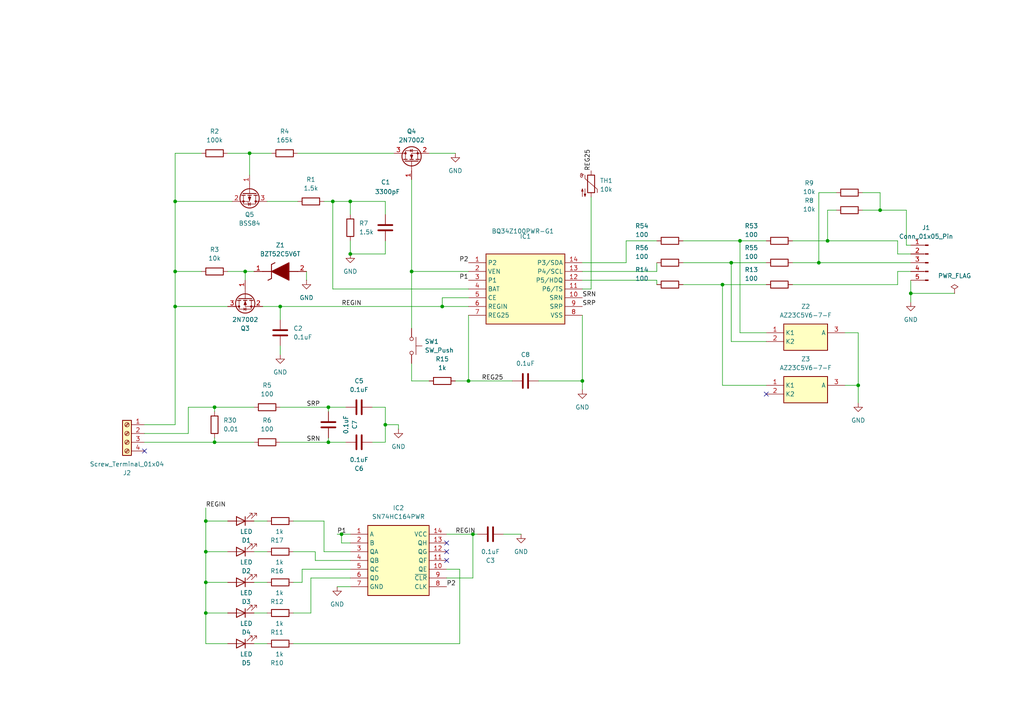
<source format=kicad_sch>
(kicad_sch (version 20250114) (generator "eeschema") (generator_version "9.0")
  (paper "A4")
  (lib_symbols
    (symbol "AZ23C5V6-7-F:AZ23C5V6-7-F"
      (property "Reference" "Z" (at 19.05 7.62 0))
      (property "Value" "AZ23C5V6-7-F" (at 19.05 5.08 0))
      (symbol "AZ23C5V6-7-F_1_1"
        (rectangle (start 5.08 2.54) (end 17.78 -5.08) (stroke (width 0.254)) (fill (type background)))
        (pin passive line (at 0 0 0) (length 5.08) (name "K1") (number "1"))
        (pin passive line (at 0 -2.54 0) (length 5.08) (name "K2") (number "2"))
        (pin passive line (at 22.86 0 180) (length 5.08) (name "A") (number "3"))
      )
    )
    (symbol "BQ34Z100PWR-G1:BQ34Z100PWR-G1"
      (property "Reference" "IC" (at 29.21 7.62 0))
      (property "Value" "BQ34Z100PWR-G1" (at 29.21 5.08 0))
      (symbol "BQ34Z100PWR-G1_1_1"
        (rectangle (start 5.08 2.54) (end 27.94 -17.78) (stroke (width 0.254)) (fill (type background)))
        (pin passive line (at 0 0 0) (length 5.08) (name "P2") (number "1"))
        (pin passive line (at 0 -2.54 0) (length 5.08) (name "VEN") (number "2"))
        (pin passive line (at 0 -5.08 0) (length 5.08) (name "P1") (number "3"))
        (pin passive line (at 0 -7.62 0) (length 5.08) (name "BAT") (number "4"))
        (pin passive line (at 0 -10.16 0) (length 5.08) (name "CE") (number "5"))
        (pin passive line (at 0 -12.7 0) (length 5.08) (name "REGIN") (number "6"))
        (pin passive line (at 0 -15.24 0) (length 5.08) (name "REG25") (number "7"))
        (pin passive line (at 33.02 0 180) (length 5.08) (name "P3/SDA") (number "14"))
        (pin passive line (at 33.02 -2.54 180) (length 5.08) (name "P4/SCL") (number "13"))
        (pin passive line (at 33.02 -5.08 180) (length 5.08) (name "P5/HDQ") (number "12"))
        (pin passive line (at 33.02 -7.62 180) (length 5.08) (name "P6/TS") (number "11"))
        (pin passive line (at 33.02 -10.16 180) (length 5.08) (name "SRN") (number "10"))
        (pin passive line (at 33.02 -12.7 180) (length 5.08) (name "SRP") (number "9"))
        (pin passive line (at 33.02 -15.24 180) (length 5.08) (name "VSS") (number "8"))
      )
    )
    (symbol "BZT52C5V6T:BZT52C5V6T" (pin_names (hide yes))
      (property "Reference" "Z" (at 10.16 8.89 0))
      (property "Value" "BZT52C5V6T" (at 10.16 6.35 0))
      (symbol "BZT52C5V6T_1_1"
        (polyline (pts (xy 2.54 0) (xy 5.08 0)) (stroke (width 0.254)))
        (polyline (pts (xy 4.064 -2.54) (xy 5.08 -2.032)) (stroke (width 0.254)))
        (polyline (pts (xy 5.08 2.032) (xy 5.08 -2.032)) (stroke (width 0.254)))
        (polyline (pts (xy 5.08 2.032) (xy 6.096 2.54)) (stroke (width 0.254)))
        (polyline (pts (xy 5.08 0) (xy 10.16 2.54) (xy 10.16 -2.54) (xy 5.08 0)) (stroke (width 0.254)) (fill (type outline)))
        (polyline (pts (xy 12.7 0) (xy 10.16 0)) (stroke (width 0.254)))
        (pin passive line (at 0 0 0) (length 2.54) (name "K") (number "1"))
        (pin passive line (at 15.24 0 180) (length 2.54) (name "A") (number "2"))
      )
    )
    (symbol "Connector:Conn_01x05_Pin" (pin_names (offset 1.016) (hide yes))
      (property "Reference" "J" (at 0 7.62 0))
      (property "Value" "Conn_01x05_Pin" (at 0 -7.62 0))
      (symbol "Conn_01x05_Pin_1_1"
        (rectangle (start 0.8636 5.207) (end 0 4.953) (stroke (width 0.1524)) (fill (type outline)))
        (rectangle (start 0.8636 2.667) (end 0 2.413) (stroke (width 0.1524)) (fill (type outline)))
        (rectangle (start 0.8636 0.127) (end 0 -0.127) (stroke (width 0.1524)) (fill (type outline)))
        (rectangle (start 0.8636 -2.413) (end 0 -2.667) (stroke (width 0.1524)) (fill (type outline)))
        (rectangle (start 0.8636 -4.953) (end 0 -5.207) (stroke (width 0.1524)) (fill (type outline)))
        (polyline (pts (xy 1.27 5.08) (xy 0.8636 5.08)) (stroke (width 0.1524)))
        (polyline (pts (xy 1.27 2.54) (xy 0.8636 2.54)) (stroke (width 0.1524)))
        (polyline (pts (xy 1.27 0) (xy 0.8636 0)) (stroke (width 0.1524)))
        (polyline (pts (xy 1.27 -2.54) (xy 0.8636 -2.54)) (stroke (width 0.1524)))
        (polyline (pts (xy 1.27 -5.08) (xy 0.8636 -5.08)) (stroke (width 0.1524)))
        (pin passive line (at 5.08 5.08 180) (length 3.81) (name "Pin_1") (number "1"))
        (pin passive line (at 5.08 2.54 180) (length 3.81) (name "Pin_2") (number "2"))
        (pin passive line (at 5.08 0 180) (length 3.81) (name "Pin_3") (number "3"))
        (pin passive line (at 5.08 -2.54 180) (length 3.81) (name "Pin_4") (number "4"))
        (pin passive line (at 5.08 -5.08 180) (length 3.81) (name "Pin_5") (number "5"))
      )
    )
    (symbol "Connector:Screw_Terminal_01x04" (pin_names (offset 1.016) (hide yes))
      (property "Reference" "J" (at 0 5.08 0))
      (property "Value" "Screw_Terminal_01x04" (at 0 -7.62 0))
      (symbol "Screw_Terminal_01x04_1_1"
        (rectangle (start -1.27 3.81) (end 1.27 -6.35) (stroke (width 0.254)) (fill (type background)))
        (polyline (pts (xy -0.5334 2.8702) (xy 0.3302 2.032)) (stroke (width 0.1524)))
        (polyline (pts (xy -0.5334 0.3302) (xy 0.3302 -0.508)) (stroke (width 0.1524)))
        (polyline (pts (xy -0.5334 -2.2098) (xy 0.3302 -3.048)) (stroke (width 0.1524)))
        (polyline (pts (xy -0.5334 -4.7498) (xy 0.3302 -5.588)) (stroke (width 0.1524)))
        (polyline (pts (xy -0.3556 3.048) (xy 0.508 2.2098)) (stroke (width 0.1524)))
        (polyline (pts (xy -0.3556 0.508) (xy 0.508 -0.3302)) (stroke (width 0.1524)))
        (polyline (pts (xy -0.3556 -2.032) (xy 0.508 -2.8702)) (stroke (width 0.1524)))
        (polyline (pts (xy -0.3556 -4.572) (xy 0.508 -5.4102)) (stroke (width 0.1524)))
        (circle (center 0 2.54) (radius 0.635) (stroke (width 0.1524)))
        (circle (center 0 0) (radius 0.635) (stroke (width 0.1524)))
        (circle (center 0 -2.54) (radius 0.635) (stroke (width 0.1524)))
        (circle (center 0 -5.08) (radius 0.635) (stroke (width 0.1524)))
        (pin passive line (at -5.08 2.54 0) (length 3.81) (name "Pin_1") (number "1"))
        (pin passive line (at -5.08 0 0) (length 3.81) (name "Pin_2") (number "2"))
        (pin passive line (at -5.08 -2.54 0) (length 3.81) (name "Pin_3") (number "3"))
        (pin passive line (at -5.08 -5.08 0) (length 3.81) (name "Pin_4") (number "4"))
      )
    )
    (symbol "Device:C" (pin_numbers (hide yes)) (pin_names (offset 0.254))
      (property "Reference" "C" (at 0.635 2.54 0))
      (property "Value" "C" (at 0.635 -2.54 0))
      (symbol "C_0_1"
        (polyline (pts (xy -2.032 0.762) (xy 2.032 0.762)) (stroke (width 0.508)))
        (polyline (pts (xy -2.032 -0.762) (xy 2.032 -0.762)) (stroke (width 0.508)))
      )
      (symbol "C_1_1"
        (pin passive line (at 0 3.81 270) (length 2.794) (name "~") (number "1"))
        (pin passive line (at 0 -3.81 90) (length 2.794) (name "~") (number "2"))
      )
    )
    (symbol "Device:LED" (pin_numbers (hide yes)) (pin_names (offset 1.016) (hide yes))
      (property "Reference" "D" (at 0 2.54 0))
      (property "Value" "LED" (at 0 -2.54 0))
      (symbol "LED_0_1"
        (polyline (pts (xy -3.048 -0.762) (xy -4.572 -2.286) (xy -3.81 -2.286) (xy -4.572 -2.286) (xy -4.572 -1.524)))
        (polyline (pts (xy -1.778 -0.762) (xy -3.302 -2.286) (xy -2.54 -2.286) (xy -3.302 -2.286) (xy -3.302 -1.524)))
        (polyline (pts (xy -1.27 0) (xy 1.27 0)))
        (polyline (pts (xy -1.27 -1.27) (xy -1.27 1.27)) (stroke (width 0.254)))
        (polyline (pts (xy 1.27 -1.27) (xy 1.27 1.27) (xy -1.27 0) (xy 1.27 -1.27)) (stroke (width 0.254)))
      )
      (symbol "LED_1_1"
        (pin passive line (at -3.81 0 0) (length 2.54) (name "K") (number "1"))
        (pin passive line (at 3.81 0 180) (length 2.54) (name "A") (number "2"))
      )
    )
    (symbol "Device:R" (pin_numbers (hide yes)) (pin_names (offset 0))
      (property "Reference" "R" (at 2.032 0 90))
      (property "Value" "R" (at 0 0 90))
      (symbol "R_0_1"
        (rectangle (start -1.016 -2.54) (end 1.016 2.54) (stroke (width 0.254)))
      )
      (symbol "R_1_1"
        (pin passive line (at 0 3.81 270) (length 1.27) (name "~") (number "1"))
        (pin passive line (at 0 -3.81 90) (length 1.27) (name "~") (number "2"))
      )
    )
    (symbol "Device:Thermistor_NTC" (pin_numbers (hide yes)) (pin_names (offset 0))
      (property "Reference" "TH" (at -4.445 0 90))
      (property "Value" "Thermistor_NTC" (at 3.175 0 90))
      (symbol "Thermistor_NTC_0_1"
        (arc (start -3.175 2.413) (mid -3.0506 2.3165) (end -3.048 2.159))
        (arc (start -3.048 2.794) (mid -2.9736 2.9736) (end -2.794 3.048))
        (arc (start -2.794 3.048) (mid -2.6144 2.9736) (end -2.54 2.794))
        (arc (start -2.794 2.54) (mid -2.9736 2.6144) (end -3.048 2.794))
        (arc (start -2.794 1.905) (mid -2.9736 1.9794) (end -3.048 2.159))
        (arc (start -2.54 2.159) (mid -2.6144 1.9794) (end -2.794 1.905))
        (arc (start -2.159 2.794) (mid -2.434 2.5608) (end -2.794 2.54))
        (polyline (pts (xy -2.54 2.159) (xy -2.54 2.794)))
        (polyline (pts (xy -2.54 -3.683) (xy -2.54 -1.397) (xy -2.794 -2.159) (xy -2.286 -2.159) (xy -2.54 -1.397) (xy -2.54 -1.651)) (fill (type outline)))
        (polyline (pts (xy -1.778 2.54) (xy -1.778 1.524) (xy 1.778 -1.524) (xy 1.778 -2.54)))
        (polyline (pts (xy -1.778 -1.397) (xy -1.778 -3.683) (xy -2.032 -2.921) (xy -1.524 -2.921) (xy -1.778 -3.683) (xy -1.778 -3.429)) (fill (type outline)))
        (rectangle (start -1.016 2.54) (end 1.016 -2.54) (stroke (width 0.254)))
      )
      (symbol "Thermistor_NTC_1_1"
        (pin passive line (at 0 3.81 270) (length 1.27) (name "~") (number "1"))
        (pin passive line (at 0 -3.81 90) (length 1.27) (name "~") (number "2"))
      )
    )
    (symbol "SN74HC164PWR:SN74HC164PWR"
      (property "Reference" "IC" (at 24.13 7.62 0))
      (property "Value" "SN74HC164PWR" (at 24.13 5.08 0))
      (symbol "SN74HC164PWR_1_1"
        (rectangle (start 5.08 2.54) (end 22.86 -17.78) (stroke (width 0.254)) (fill (type background)))
        (pin passive line (at 0 0 0) (length 5.08) (name "A") (number "1"))
        (pin passive line (at 0 -2.54 0) (length 5.08) (name "B") (number "2"))
        (pin passive line (at 0 -5.08 0) (length 5.08) (name "QA") (number "3"))
        (pin passive line (at 0 -7.62 0) (length 5.08) (name "QB") (number "4"))
        (pin passive line (at 0 -10.16 0) (length 5.08) (name "QC") (number "5"))
        (pin passive line (at 0 -12.7 0) (length 5.08) (name "QD") (number "6"))
        (pin passive line (at 0 -15.24 0) (length 5.08) (name "GND") (number "7"))
        (pin passive line (at 27.94 0 180) (length 5.08) (name "VCC") (number "14"))
        (pin passive line (at 27.94 -2.54 180) (length 5.08) (name "QH") (number "13"))
        (pin passive line (at 27.94 -5.08 180) (length 5.08) (name "QG") (number "12"))
        (pin passive line (at 27.94 -7.62 180) (length 5.08) (name "QF") (number "11"))
        (pin passive line (at 27.94 -10.16 180) (length 5.08) (name "QE") (number "10"))
        (pin passive line (at 27.94 -12.7 180) (length 5.08) (name "~{CLR}") (number "9"))
        (pin passive line (at 27.94 -15.24 180) (length 5.08) (name "CLK") (number "8"))
      )
    )
    (symbol "Switch:SW_Push" (pin_numbers (hide yes)) (pin_names (offset 1.016) (hide yes))
      (property "Reference" "SW" (at 1.27 2.54 0))
      (property "Value" "SW_Push" (at 0 -1.524 0))
      (symbol "SW_Push_0_1"
        (circle (center -2.032 0) (radius 0.508))
        (polyline (pts (xy 0 1.27) (xy 0 3.048)))
        (circle (center 2.032 0) (radius 0.508))
        (polyline (pts (xy 2.54 1.27) (xy -2.54 1.27)))
        (pin passive line (at -5.08 0 0) (length 2.54) (name "1") (number "1"))
        (pin passive line (at 5.08 0 180) (length 2.54) (name "2") (number "2"))
      )
    )
    (symbol "Transistor_FET:2N7002" (pin_names (offset 0) (hide yes))
      (property "Reference" "Q" (at 5.08 1.905 0))
      (property "Value" "2N7002" (at 5.08 0 0))
      (symbol "2N7002_0_1"
        (polyline (pts (xy 0.254 1.905) (xy 0.254 -1.905)) (stroke (width 0.254)))
        (polyline (pts (xy 0.254 0) (xy -2.54 0)))
        (polyline (pts (xy 0.762 2.286) (xy 0.762 1.27)) (stroke (width 0.254)))
        (polyline (pts (xy 0.762 0.508) (xy 0.762 -0.508)) (stroke (width 0.254)))
        (polyline (pts (xy 0.762 -1.27) (xy 0.762 -2.286)) (stroke (width 0.254)))
        (polyline (pts (xy 0.762 -1.778) (xy 3.302 -1.778) (xy 3.302 1.778) (xy 0.762 1.778)))
        (polyline (pts (xy 1.016 0) (xy 2.032 0.381) (xy 2.032 -0.381) (xy 1.016 0)) (fill (type outline)))
        (circle (center 1.651 0) (radius 2.794) (stroke (width 0.254)))
        (polyline (pts (xy 2.54 2.54) (xy 2.54 1.778)))
        (circle (center 2.54 1.778) (radius 0.254) (fill (type outline)))
        (circle (center 2.54 -1.778) (radius 0.254) (fill (type outline)))
        (polyline (pts (xy 2.54 -2.54) (xy 2.54 0) (xy 0.762 0)))
        (polyline (pts (xy 2.921 0.381) (xy 3.683 0.381)))
        (polyline (pts (xy 3.302 0.381) (xy 2.921 -0.254) (xy 3.683 -0.254) (xy 3.302 0.381)))
      )
      (symbol "2N7002_1_1"
        (pin input line (at -5.08 0 0) (length 2.54) (name "G") (number "1"))
        (pin passive line (at 2.54 5.08 270) (length 2.54) (name "D") (number "3"))
        (pin passive line (at 2.54 -5.08 90) (length 2.54) (name "S") (number "2"))
      )
    )
    (symbol "Transistor_FET:BSS84" (pin_names (hide yes))
      (property "Reference" "Q" (at 5.08 1.905 0))
      (property "Value" "BSS84" (at 5.08 0 0))
      (symbol "BSS84_0_1"
        (polyline (pts (xy 0.254 1.905) (xy 0.254 -1.905)) (stroke (width 0.254)))
        (polyline (pts (xy 0.254 0) (xy -2.54 0)))
        (polyline (pts (xy 0.762 2.286) (xy 0.762 1.27)) (stroke (width 0.254)))
        (polyline (pts (xy 0.762 1.778) (xy 3.302 1.778) (xy 3.302 -1.778) (xy 0.762 -1.778)))
        (polyline (pts (xy 0.762 0.508) (xy 0.762 -0.508)) (stroke (width 0.254)))
        (polyline (pts (xy 0.762 -1.27) (xy 0.762 -2.286)) (stroke (width 0.254)))
        (circle (center 1.651 0) (radius 2.794) (stroke (width 0.254)))
        (polyline (pts (xy 2.286 0) (xy 1.27 0.381) (xy 1.27 -0.381) (xy 2.286 0)) (fill (type outline)))
        (polyline (pts (xy 2.54 2.54) (xy 2.54 1.778)))
        (circle (center 2.54 1.778) (radius 0.254) (fill (type outline)))
        (circle (center 2.54 -1.778) (radius 0.254) (fill (type outline)))
        (polyline (pts (xy 2.54 -2.54) (xy 2.54 0) (xy 0.762 0)))
        (polyline (pts (xy 2.794 -0.508) (xy 2.921 -0.381) (xy 3.683 -0.381) (xy 3.81 -0.254)))
        (polyline (pts (xy 3.302 -0.381) (xy 2.921 0.254) (xy 3.683 0.254) (xy 3.302 -0.381)))
      )
      (symbol "BSS84_1_1"
        (pin input line (at -5.08 0 0) (length 2.54) (name "G") (number "1"))
        (pin passive line (at 2.54 5.08 270) (length 2.54) (name "D") (number "3"))
        (pin passive line (at 2.54 -5.08 90) (length 2.54) (name "S") (number "2"))
      )
    )
    (symbol "power:GND" (power) (pin_numbers (hide yes)) (pin_names (offset 0) (hide yes))
      (property "Value" "GND" (at 0 -3.81 0))
      (symbol "GND_0_1"
        (polyline (pts (xy 0 0) (xy 0 -1.27) (xy 1.27 -1.27) (xy 0 -2.54) (xy -1.27 -1.27) (xy 0 -1.27)))
      )
      (symbol "GND_1_1"
        (pin power_in line (at 0 0 270) (length 0) (name "~") (number "1"))
      )
    )
    (symbol "power:PWR_FLAG" (power) (pin_numbers (hide yes)) (pin_names (offset 0) (hide yes))
      (property "Value" "PWR_FLAG" (at 0 3.81 0))
      (symbol "PWR_FLAG_0_0"
        (pin power_out line (at 0 0 90) (length 0) (name "~") (number "1"))
      )
      (symbol "PWR_FLAG_0_1"
        (polyline (pts (xy 0 0) (xy 0 1.27) (xy -1.016 1.905) (xy 0 2.54) (xy 1.016 1.905) (xy 0 1.27)))
      )
    )
  )
  (junction (at 101.6 58.42))
  (junction (at 59.69 160.02))
  (junction (at 240.03 69.85))
  (junction (at 72.39 44.45))
  (junction (at 81.28 88.9))
  (junction (at 137.16 154.94))
  (junction (at 59.69 168.91))
  (junction (at 95.25 128.27))
  (junction (at 71.12 78.74))
  (junction (at 119.38 78.74))
  (junction (at 111.76 123.19))
  (junction (at 99.06 154.94))
  (junction (at 128.27 88.9))
  (junction (at 96.52 58.42))
  (junction (at 50.8 78.74))
  (junction (at 62.23 128.27))
  (junction (at 255.27 60.96))
  (junction (at 237.49 76.2))
  (junction (at 62.23 118.11))
  (junction (at 50.8 58.42))
  (junction (at 248.92 111.76))
  (junction (at 101.6 73.66))
  (junction (at 50.8 88.9))
  (junction (at 168.91 110.49))
  (junction (at 214.63 69.85))
  (junction (at 212.09 76.2))
  (junction (at 95.25 118.11))
  (junction (at 264.16 85.09))
  (junction (at 59.69 151.13))
  (junction (at 135.89 110.49))
  (junction (at 59.69 177.8))
  (junction (at 209.55 82.55))
  (no_connect (at 129.54 157.48))
  (no_connect (at 222.25 114.3))
  (no_connect (at 129.54 160.02))
  (no_connect (at 41.91 130.81))
  (no_connect (at 129.54 162.56))
  (wire (pts (xy 73.66 186.69) (xy 77.47 186.69)))
  (wire (pts (xy 264.16 81.28) (xy 264.16 85.09)))
  (wire (pts (xy 59.69 151.13) (xy 66.04 151.13)))
  (wire (pts (xy 260.35 73.66) (xy 264.16 73.66)))
  (wire (pts (xy 99.06 154.94) (xy 101.6 154.94)))
  (wire (pts (xy 111.76 123.19) (xy 111.76 128.27)))
  (wire (pts (xy 124.46 44.45) (xy 132.08 44.45)))
  (wire (pts (xy 262.89 71.12) (xy 262.89 60.96)))
  (wire (pts (xy 59.69 168.91) (xy 59.69 177.8)))
  (wire (pts (xy 73.66 177.8) (xy 77.47 177.8)))
  (wire (pts (xy 101.6 58.42) (xy 111.76 58.42)))
  (wire (pts (xy 255.27 55.88) (xy 255.27 60.96)))
  (wire (pts (xy 96.52 58.42) (xy 101.6 58.42)))
  (wire (pts (xy 248.92 111.76) (xy 248.92 116.84)))
  (wire (pts (xy 59.69 160.02) (xy 59.69 168.91)))
  (wire (pts (xy 50.8 58.42) (xy 50.8 78.74)))
  (wire (pts (xy 264.16 85.09) (xy 264.16 87.63)))
  (wire (pts (xy 119.38 110.49) (xy 124.46 110.49)))
  (wire (pts (xy 250.19 60.96) (xy 255.27 60.96)))
  (wire (pts (xy 137.16 167.64) (xy 137.16 154.94)))
  (wire (pts (xy 168.91 81.28) (xy 190.5 81.28)))
  (wire (pts (xy 99.06 157.48) (xy 99.06 154.94)))
  (wire (pts (xy 168.91 83.82) (xy 171.45 83.82)))
  (wire (pts (xy 245.11 111.76) (xy 248.92 111.76)))
  (wire (pts (xy 264.16 71.12) (xy 262.89 71.12)))
  (wire (pts (xy 115.57 124.46) (xy 115.57 123.19)))
  (wire (pts (xy 222.25 99.06) (xy 212.09 99.06)))
  (wire (pts (xy 62.23 127) (xy 62.23 128.27)))
  (wire (pts (xy 128.27 88.9) (xy 135.89 88.9)))
  (wire (pts (xy 85.09 168.91) (xy 87.63 168.91)))
  (wire (pts (xy 137.16 154.94) (xy 138.43 154.94)))
  (wire (pts (xy 66.04 186.69) (xy 59.69 186.69)))
  (wire (pts (xy 101.6 157.48) (xy 99.06 157.48)))
  (wire (pts (xy 156.21 110.49) (xy 168.91 110.49)))
  (wire (pts (xy 260.35 69.85) (xy 260.35 73.66)))
  (wire (pts (xy 50.8 44.45) (xy 58.42 44.45)))
  (wire (pts (xy 85.09 151.13) (xy 93.98 151.13)))
  (wire (pts (xy 62.23 118.11) (xy 62.23 119.38)))
  (wire (pts (xy 71.12 78.74) (xy 73.66 78.74)))
  (wire (pts (xy 248.92 96.52) (xy 248.92 111.76)))
  (wire (pts (xy 171.45 83.82) (xy 171.45 57.15)))
  (wire (pts (xy 66.04 88.9) (xy 50.8 88.9)))
  (wire (pts (xy 111.76 58.42) (xy 111.76 62.23)))
  (wire (pts (xy 190.5 81.28) (xy 190.5 82.55)))
  (wire (pts (xy 214.63 69.85) (xy 222.25 69.85)))
  (wire (pts (xy 214.63 69.85) (xy 214.63 96.52)))
  (wire (pts (xy 76.2 88.9) (xy 81.28 88.9)))
  (wire (pts (xy 96.52 83.82) (xy 96.52 58.42)))
  (wire (pts (xy 111.76 118.11) (xy 111.76 123.19)))
  (wire (pts (xy 146.05 154.94) (xy 151.13 154.94)))
  (wire (pts (xy 212.09 76.2) (xy 222.25 76.2)))
  (wire (pts (xy 86.36 44.45) (xy 114.3 44.45)))
  (wire (pts (xy 264.16 85.09) (xy 276.86 85.09)))
  (wire (pts (xy 93.98 160.02) (xy 101.6 160.02)))
  (wire (pts (xy 73.66 160.02) (xy 77.47 160.02)))
  (wire (pts (xy 72.39 44.45) (xy 78.74 44.45)))
  (wire (pts (xy 222.25 111.76) (xy 209.55 111.76)))
  (wire (pts (xy 54.61 118.11) (xy 54.61 125.73)))
  (wire (pts (xy 71.12 81.28) (xy 71.12 78.74)))
  (wire (pts (xy 168.91 110.49) (xy 168.91 113.03)))
  (wire (pts (xy 95.25 118.11) (xy 95.25 119.38)))
  (wire (pts (xy 95.25 127) (xy 95.25 128.27)))
  (wire (pts (xy 101.6 69.85) (xy 101.6 73.66)))
  (wire (pts (xy 81.28 88.9) (xy 128.27 88.9)))
  (wire (pts (xy 240.03 69.85) (xy 260.35 69.85)))
  (wire (pts (xy 111.76 73.66) (xy 111.76 69.85)))
  (wire (pts (xy 81.28 88.9) (xy 81.28 92.71)))
  (wire (pts (xy 58.42 78.74) (xy 50.8 78.74)))
  (wire (pts (xy 85.09 160.02) (xy 91.44 160.02)))
  (wire (pts (xy 50.8 78.74) (xy 50.8 88.9)))
  (wire (pts (xy 41.91 128.27) (xy 62.23 128.27)))
  (wire (pts (xy 240.03 60.96) (xy 240.03 69.85)))
  (wire (pts (xy 101.6 58.42) (xy 101.6 62.23)))
  (wire (pts (xy 229.87 82.55) (xy 260.35 82.55)))
  (wire (pts (xy 77.47 58.42) (xy 86.36 58.42)))
  (wire (pts (xy 198.12 82.55) (xy 209.55 82.55)))
  (wire (pts (xy 93.98 58.42) (xy 96.52 58.42)))
  (wire (pts (xy 181.61 69.85) (xy 190.5 69.85)))
  (wire (pts (xy 255.27 60.96) (xy 262.89 60.96)))
  (wire (pts (xy 168.91 76.2) (xy 181.61 76.2)))
  (wire (pts (xy 255.27 55.88) (xy 250.19 55.88)))
  (wire (pts (xy 73.66 128.27) (xy 62.23 128.27)))
  (wire (pts (xy 59.69 147.32) (xy 59.69 151.13)))
  (wire (pts (xy 135.89 91.44) (xy 135.89 110.49)))
  (wire (pts (xy 91.44 162.56) (xy 101.6 162.56)))
  (wire (pts (xy 133.35 165.1) (xy 129.54 165.1)))
  (wire (pts (xy 129.54 154.94) (xy 137.16 154.94)))
  (wire (pts (xy 198.12 69.85) (xy 214.63 69.85)))
  (wire (pts (xy 41.91 123.19) (xy 50.8 123.19)))
  (wire (pts (xy 81.28 128.27) (xy 95.25 128.27)))
  (wire (pts (xy 135.89 110.49) (xy 148.59 110.49)))
  (wire (pts (xy 260.35 78.74) (xy 264.16 78.74)))
  (wire (pts (xy 59.69 151.13) (xy 59.69 160.02)))
  (wire (pts (xy 93.98 151.13) (xy 93.98 160.02)))
  (wire (pts (xy 135.89 83.82) (xy 96.52 83.82)))
  (wire (pts (xy 237.49 76.2) (xy 264.16 76.2)))
  (wire (pts (xy 115.57 123.19) (xy 111.76 123.19)))
  (wire (pts (xy 59.69 160.02) (xy 66.04 160.02)))
  (wire (pts (xy 87.63 168.91) (xy 87.63 165.1)))
  (wire (pts (xy 229.87 76.2) (xy 237.49 76.2)))
  (wire (pts (xy 59.69 168.91) (xy 66.04 168.91)))
  (wire (pts (xy 73.66 151.13) (xy 77.47 151.13)))
  (wire (pts (xy 95.25 128.27) (xy 100.33 128.27)))
  (wire (pts (xy 97.79 154.94) (xy 99.06 154.94)))
  (wire (pts (xy 245.11 96.52) (xy 248.92 96.52)))
  (wire (pts (xy 128.27 86.36) (xy 128.27 88.9)))
  (wire (pts (xy 88.9 78.74) (xy 88.9 81.28)))
  (wire (pts (xy 133.35 186.69) (xy 133.35 165.1)))
  (wire (pts (xy 107.95 118.11) (xy 111.76 118.11)))
  (wire (pts (xy 135.89 86.36) (xy 128.27 86.36)))
  (wire (pts (xy 119.38 52.07) (xy 119.38 78.74)))
  (wire (pts (xy 129.54 167.64) (xy 137.16 167.64)))
  (wire (pts (xy 229.87 69.85) (xy 240.03 69.85)))
  (wire (pts (xy 212.09 76.2) (xy 212.09 99.06)))
  (wire (pts (xy 71.12 78.74) (xy 66.04 78.74)))
  (wire (pts (xy 41.91 125.73) (xy 54.61 125.73)))
  (wire (pts (xy 85.09 177.8) (xy 90.17 177.8)))
  (wire (pts (xy 190.5 78.74) (xy 190.5 76.2)))
  (wire (pts (xy 237.49 55.88) (xy 237.49 76.2)))
  (wire (pts (xy 90.17 167.64) (xy 101.6 167.64)))
  (wire (pts (xy 260.35 82.55) (xy 260.35 78.74)))
  (wire (pts (xy 81.28 100.33) (xy 81.28 102.87)))
  (wire (pts (xy 95.25 118.11) (xy 100.33 118.11)))
  (wire (pts (xy 87.63 165.1) (xy 101.6 165.1)))
  (wire (pts (xy 59.69 177.8) (xy 66.04 177.8)))
  (wire (pts (xy 222.25 96.52) (xy 214.63 96.52)))
  (wire (pts (xy 101.6 73.66) (xy 111.76 73.66)))
  (wire (pts (xy 242.57 60.96) (xy 240.03 60.96)))
  (wire (pts (xy 119.38 105.41) (xy 119.38 110.49)))
  (wire (pts (xy 81.28 118.11) (xy 95.25 118.11)))
  (wire (pts (xy 66.04 44.45) (xy 72.39 44.45)))
  (wire (pts (xy 209.55 82.55) (xy 209.55 111.76)))
  (wire (pts (xy 198.12 76.2) (xy 212.09 76.2)))
  (wire (pts (xy 132.08 110.49) (xy 135.89 110.49)))
  (wire (pts (xy 97.79 170.18) (xy 101.6 170.18)))
  (wire (pts (xy 59.69 177.8) (xy 59.69 186.69)))
  (wire (pts (xy 181.61 76.2) (xy 181.61 69.85)))
  (wire (pts (xy 67.31 58.42) (xy 50.8 58.42)))
  (wire (pts (xy 168.91 91.44) (xy 168.91 110.49)))
  (wire (pts (xy 111.76 128.27) (xy 107.95 128.27)))
  (wire (pts (xy 73.66 168.91) (xy 77.47 168.91)))
  (wire (pts (xy 72.39 44.45) (xy 72.39 50.8)))
  (wire (pts (xy 85.09 186.69) (xy 133.35 186.69)))
  (wire (pts (xy 209.55 82.55) (xy 222.25 82.55)))
  (wire (pts (xy 91.44 160.02) (xy 91.44 162.56)))
  (wire (pts (xy 50.8 123.19) (xy 50.8 88.9)))
  (wire (pts (xy 242.57 55.88) (xy 237.49 55.88)))
  (wire (pts (xy 73.66 118.11) (xy 62.23 118.11)))
  (wire (pts (xy 119.38 78.74) (xy 119.38 95.25)))
  (wire (pts (xy 90.17 177.8) (xy 90.17 167.64)))
  (wire (pts (xy 119.38 78.74) (xy 135.89 78.74)))
  (wire (pts (xy 50.8 44.45) (xy 50.8 58.42)))
  (wire (pts (xy 62.23 118.11) (xy 54.61 118.11)))
  (wire (pts (xy 168.91 78.74) (xy 190.5 78.74)))
  (label "SRP" (at 168.91 88.9 0))
  (label "REGIN" (at 99.06 88.9 0))
  (label "SRN" (at 88.9 128.27 0))
  (label "REGIN" (at 59.69 147.32 0))
  (label "REGIN" (at 132.08 154.94 0))
  (label "SRN" (at 168.91 86.36 0))
  (label "REG25" (at 139.7 110.49 0))
  (label "P1" (at 97.79 154.94 0))
  (label "P1" (at 135.89 81.28 180))
  (label "REG25" (at 171.45 49.53 90))
  (label "P2" (at 135.89 76.2 180))
  (label "SRP" (at 88.9 118.11 0))
  (label "P2" (at 129.54 170.18 0))
  (symbol (lib_id "Device:R") (at 246.38 55.88 90) (unit 1)
    (property "Reference" "R9" (at 234.696 53.086 90))
    (property "Value" "10k" (at 234.696 55.626 90))
    (property "Footprint" "Resistor_SMD:R_1206_3216Metric_Pad1.30x1.75mm_HandSolder" (effects (hide yes)))
    (property "Description" "Resistor" (effects (hide yes)))
  )
  (symbol (lib_id "Device:C") (at 111.76 66.04 0) (unit 1)
    (property "Reference" "C1" (at 110.49 52.832 0) (effects (justify left)))
    (property "Value" "3300pF" (at 108.712 55.626 0) (effects (justify left)))
    (property "Footprint" "Capacitor_SMD:C_1206_3216Metric_Pad1.33x1.80mm_HandSolder" (effects (hide yes)))
    (property "Description" "Unpolarized capacitor" (effects (hide yes)))
  )
  (symbol (lib_id "Connector:Screw_Terminal_01x04") (at 36.83 125.73 0) (mirror y) (unit 1)
    (property "Reference" "J2" (at 36.83 137.16 0))
    (property "Value" "Screw_Terminal_01x04" (at 36.83 134.62 0))
    (property "Footprint" "TerminalBlock_Phoenix:TerminalBlock_Phoenix_MKDS-1,5-4-5.08_1x04_P5.08mm_Horizontal" (effects (hide yes)))
    (property "Description" "Generic screw terminal, single row, 01x04, script generated (kicad-library-utils/schlib/autogen/connector/)" (effects (hide yes)))
  )
  (symbol (lib_id "Device:R") (at 77.47 128.27 90) (unit 1)
    (property "Reference" "R6" (at 77.47 121.92 90))
    (property "Value" "100" (at 77.47 124.46 90))
    (property "Footprint" "Resistor_SMD:R_1206_3216Metric_Pad1.30x1.75mm_HandSolder" (effects (hide yes)))
    (property "Description" "Resistor" (effects (hide yes)))
  )
  (symbol (lib_id "Device:R") (at 62.23 78.74 90) (unit 1)
    (property "Reference" "R3" (at 62.23 72.39 90))
    (property "Value" "10k" (at 62.23 74.93 90))
    (property "Footprint" "Resistor_SMD:R_1206_3216Metric_Pad1.30x1.75mm_HandSolder" (effects (hide yes)))
    (property "Description" "Resistor" (effects (hide yes)))
  )
  (symbol (lib_id "Transistor_FET:BSS84") (at 72.39 55.88 270) (unit 1)
    (property "Reference" "Q5" (at 72.39 62.23 90))
    (property "Value" "BSS84" (at 72.39 64.77 90))
    (property "Footprint" "Package_TO_SOT_SMD:SOT-23" (effects (hide yes)))
    (property "Datasheet" "http://assets.nexperia.com/documents/data-sheet/BSS84.pdf" (effects (hide yes)))
    (property "Description" "-0.13A Id, -50V Vds, P-Channel MOSFET, SOT-23" (effects (hide yes)))
  )
  (symbol (lib_id "power:GND") (at 264.16 87.63 0) (unit 1)
    (property "Reference" "#PWR01" (effects (hide yes)))
    (property "Value" "GND" (at 264.16 92.71 0))
    (property "Description" "Power symbol creates a global label with name \"GND\" , ground" (effects (hide yes)))
  )
  (symbol (lib_id "BQ34Z100PWR-G1:BQ34Z100PWR-G1") (at 135.89 76.2 0) (unit 1)
    (property "Reference" "IC1" (at 152.4 68.58 0))
    (property "Value" "BQ34Z100PWR-G1" (at 151.638 67.056 0))
    (property "Footprint" "KiCad:SOP65P640X120-14N" (effects (hide yes)))
    (property "Datasheet" "http://www.ti.com/lit/ds/symlink/bq34z100-g1.pdf" (effects (hide yes)))
    (property "Description" "Multi-Chemistry Impedance Track Standalone Fuel Gauge | Battery Gas Gauge" (effects (hide yes)))
    (property "Description_1" "Multi-Chemistry Impedance Track Standalone Fuel Gauge | Battery Gas Gauge" (effects (hide yes)))
    (property "Height" "1.2" (effects (hide yes)))
    (property "Manufacturer_Name" "Texas Instruments" (effects (hide yes)))
    (property "Manufacturer_Part_Number" "BQ34Z100PWR-G1" (effects (hide yes)))
    (property "Mouser Part Number" "595-BQ34Z100PWR-G1" (effects (hide yes)))
    (property "Mouser Price/Stock" "https://www.mouser.co.uk/ProductDetail/Texas-Instruments/BQ34Z100PWR-G1?qs=igE0IiKpbrGE%2FNmDcdE48w%3D%3D" (effects (hide yes)))
    (property "Arrow Part Number" "BQ34Z100PWR-G1" (effects (hide yes)))
    (property "Arrow Price/Stock" "https://www.arrow.com/en/products/bq34z100pwr-g1/texas-instruments?utm_currency=USD&region=nac" (effects (hide yes)))
  )
  (symbol (lib_id "Device:R") (at 226.06 76.2 90) (unit 1)
    (property "Reference" "R55" (at 217.932 71.882 90))
    (property "Value" "100" (at 217.932 74.422 90))
    (property "Footprint" "Resistor_SMD:R_1206_3216Metric_Pad1.30x1.75mm_HandSolder" (effects (hide yes)))
    (property "Description" "Resistor" (effects (hide yes)))
  )
  (symbol (lib_id "AZ23C5V6-7-F:AZ23C5V6-7-F") (at 222.25 111.76 0) (unit 1)
    (property "Reference" "Z3" (at 233.68 104.14 0))
    (property "Value" "AZ23C5V6-7-F" (at 233.68 106.68 0))
    (property "Footprint" "KiCad:SOT96P240X115-3N" (effects (hide yes)))
    (property "Datasheet" "https://www.diodes.com//assets/Datasheets/AZ23C2V7-AZ23C51.pdf" (effects (hide yes)))
    (property "Description" "Diode Zener 5.6V 5% 300mW SOT23 Diodes Inc AZ23C5V6-7-F Dual Zener Diode, Common Anode, 5.6V 5% 0.3 W SMT 3-Pin SOT-23" (effects (hide yes)))
    (property "Height" "1.15" (effects (hide yes)))
    (property "Manufacturer_Name" "Diodes Incorporated" (effects (hide yes)))
    (property "Manufacturer_Part_Number" "AZ23C5V6-7-F" (effects (hide yes)))
    (property "Mouser Part Number" "621-AZ23C5V6-F" (effects (hide yes)))
    (property "Mouser Price/Stock" "https://www.mouser.co.uk/ProductDetail/Diodes-Incorporated/AZ23C5V6-7-F?qs=xQ7EkeYTsWGNI9v36qvVFw%3D%3D" (effects (hide yes)))
    (property "Arrow Part Number" "AZ23C5V6-7-F" (effects (hide yes)))
    (property "Arrow Price/Stock" "https://www.arrow.com/en/products/az23c5v6-7-f/diodes-incorporated?utm_currency=USD&region=nac" (effects (hide yes)))
  )
  (symbol (lib_id "Device:R") (at 62.23 123.19 180) (unit 1)
    (property "Reference" "R30" (at 64.77 121.9199 0) (effects (justify right)))
    (property "Value" "0.01" (at 64.77 124.4599 0) (effects (justify right)))
    (property "Footprint" "Resistor_SMD:R_2512_6332Metric_Pad1.40x3.35mm_HandSolder" (effects (hide yes)))
    (property "Description" "Resistor" (effects (hide yes)))
  )
  (symbol (lib_id "Device:R") (at 226.06 82.55 90) (unit 1)
    (property "Reference" "R13" (at 217.932 78.232 90))
    (property "Value" "100" (at 217.932 80.772 90))
    (property "Footprint" "Resistor_SMD:R_1206_3216Metric_Pad1.30x1.75mm_HandSolder" (effects (hide yes)))
    (property "Description" "Resistor" (effects (hide yes)))
  )
  (symbol (lib_id "power:GND") (at 101.6 73.66 0) (unit 1)
    (property "Reference" "#PWR05" (effects (hide yes)))
    (property "Value" "GND" (at 101.6 78.74 0))
    (property "Description" "Power symbol creates a global label with name \"GND\" , ground" (effects (hide yes)))
  )
  (symbol (lib_id "Device:R") (at 90.17 58.42 90) (unit 1)
    (property "Reference" "R1" (at 90.17 52.07 90))
    (property "Value" "1.5k" (at 90.17 54.61 90))
    (property "Footprint" "Resistor_SMD:R_1206_3216Metric_Pad1.30x1.75mm_HandSolder" (effects (hide yes)))
    (property "Description" "Resistor" (effects (hide yes)))
  )
  (symbol (lib_id "Device:R") (at 101.6 66.04 0) (unit 1)
    (property "Reference" "R7" (at 104.14 64.7699 0) (effects (justify left)))
    (property "Value" "1.5k" (at 104.14 67.3099 0) (effects (justify left)))
    (property "Footprint" "Resistor_SMD:R_1206_3216Metric_Pad1.30x1.75mm_HandSolder" (effects (hide yes)))
    (property "Description" "Resistor" (effects (hide yes)))
  )
  (symbol (lib_id "Transistor_FET:2N7002") (at 71.12 86.36 90) (mirror x) (unit 1)
    (property "Reference" "Q3" (at 71.12 95.25 90))
    (property "Value" "2N7002" (at 71.12 92.71 90))
    (property "Footprint" "Package_TO_SOT_SMD:SOT-23" (effects (hide yes)))
    (property "Datasheet" "https://www.onsemi.com/pub/Collateral/NDS7002A-D.PDF" (effects (hide yes)))
    (property "Description" "0.115A Id, 60V Vds, N-Channel MOSFET, SOT-23" (effects (hide yes)))
  )
  (symbol (lib_id "Device:LED") (at 69.85 177.8 180) (unit 1)
    (property "Reference" "D4" (at 71.4375 183.388 0))
    (property "Value" "LED" (at 71.4375 180.848 0))
    (property "Footprint" "LED_SMD:LED_1206_3216Metric_Pad1.42x1.75mm_HandSolder" (effects (hide yes)))
    (property "Description" "Light emitting diode" (effects (hide yes)))
    (property "Sim.Pins" "1=K 2=A" (effects (hide yes)))
  )
  (symbol (lib_id "Device:LED") (at 69.85 160.02 180) (unit 1)
    (property "Reference" "D2" (at 71.4375 165.608 0))
    (property "Value" "LED" (at 71.4375 163.068 0))
    (property "Footprint" "LED_SMD:LED_1206_3216Metric_Pad1.42x1.75mm_HandSolder" (effects (hide yes)))
    (property "Description" "Light emitting diode" (effects (hide yes)))
    (property "Sim.Pins" "1=K 2=A" (effects (hide yes)))
  )
  (symbol (lib_id "SN74HC164PWR:SN74HC164PWR") (at 101.6 154.94 0) (unit 1)
    (property "Reference" "IC2" (at 115.57 147.32 0))
    (property "Value" "SN74HC164PWR" (at 115.57 149.86 0))
    (property "Footprint" "KiCad:SOP65P640X120-14N" (effects (hide yes)))
    (property "Datasheet" "http://www.ti.com/lit/gpn/sn74hc164" (effects (hide yes)))
    (property "Description" "8-Bit Parallel-Out Serial Shift Registers" (effects (hide yes)))
    (property "Height" "1.2" (effects (hide yes)))
    (property "Manufacturer_Name" "Texas Instruments" (effects (hide yes)))
    (property "Manufacturer_Part_Number" "SN74HC164PWR" (effects (hide yes)))
    (property "Mouser Part Number" "595-SN74HC164PWR" (effects (hide yes)))
    (property "Mouser Price/Stock" "https://www.mouser.co.uk/ProductDetail/Texas-Instruments/SN74HC164PWR?qs=rgxfVHSNRPUUA6cIRqtUEQ%3D%3D" (effects (hide yes)))
    (property "Arrow Part Number" "SN74HC164PWR" (effects (hide yes)))
    (property "Arrow Price/Stock" "https://www.arrow.com/en/products/sn74hc164pwr/texas-instruments?utm_currency=USD&region=nac" (effects (hide yes)))
  )
  (symbol (lib_id "Device:C") (at 104.14 128.27 270) (unit 1)
    (property "Reference" "C6" (at 104.14 135.89 90))
    (property "Value" "0.1uF" (at 104.14 133.35 90))
    (property "Footprint" "Capacitor_SMD:C_1206_3216Metric_Pad1.33x1.80mm_HandSolder" (effects (hide yes)))
    (property "Description" "Unpolarized capacitor" (effects (hide yes)))
  )
  (symbol (lib_id "Device:C") (at 152.4 110.49 90) (unit 1)
    (property "Reference" "C8" (at 152.4 102.87 90))
    (property "Value" "0.1uF" (at 152.4 105.41 90))
    (property "Footprint" "Capacitor_SMD:C_1206_3216Metric_Pad1.33x1.80mm_HandSolder" (effects (hide yes)))
    (property "Description" "Unpolarized capacitor" (effects (hide yes)))
  )
  (symbol (lib_id "Connector:Conn_01x05_Pin") (at 269.24 76.2 0) (mirror y) (unit 1)
    (property "Reference" "J1" (at 268.605 66.04 0))
    (property "Value" "Conn_01x05_Pin" (at 268.605 68.58 0))
    (property "Footprint" "Connector_PinHeader_2.54mm:PinHeader_1x05_P2.54mm_Vertical" (effects (hide yes)))
    (property "Description" "Generic connector, single row, 01x05, script generated" (effects (hide yes)))
  )
  (symbol (lib_id "power:GND") (at 168.91 113.03 0) (unit 1)
    (property "Reference" "#PWR07" (effects (hide yes)))
    (property "Value" "GND" (at 168.91 118.11 0))
    (property "Description" "Power symbol creates a global label with name \"GND\" , ground" (effects (hide yes)))
  )
  (symbol (lib_id "Device:R") (at 81.28 186.69 270) (unit 1)
    (property "Reference" "R10" (at 82.296 192.278 90) (effects (justify right)))
    (property "Value" "1k" (at 82.296 189.738 90) (effects (justify right)))
    (property "Footprint" "Resistor_SMD:R_1206_3216Metric_Pad1.30x1.75mm_HandSolder" (effects (hide yes)))
    (property "Description" "Resistor" (effects (hide yes)))
  )
  (symbol (lib_id "Device:C") (at 104.14 118.11 90) (unit 1)
    (property "Reference" "C5" (at 104.14 110.49 90))
    (property "Value" "0.1uF" (at 104.14 113.03 90))
    (property "Footprint" "Capacitor_SMD:C_1206_3216Metric_Pad1.33x1.80mm_HandSolder" (effects (hide yes)))
    (property "Description" "Unpolarized capacitor" (effects (hide yes)))
  )
  (symbol (lib_id "Device:R") (at 226.06 69.85 90) (unit 1)
    (property "Reference" "R53" (at 217.932 65.532 90))
    (property "Value" "100" (at 217.932 68.072 90))
    (property "Footprint" "Resistor_SMD:R_1206_3216Metric_Pad1.30x1.75mm_HandSolder" (effects (hide yes)))
    (property "Description" "Resistor" (effects (hide yes)))
  )
  (symbol (lib_id "power:GND") (at 132.08 44.45 0) (unit 1)
    (property "Reference" "#PWR04" (effects (hide yes)))
    (property "Value" "GND" (at 132.08 49.53 0))
    (property "Description" "Power symbol creates a global label with name \"GND\" , ground" (effects (hide yes)))
  )
  (symbol (lib_id "power:GND") (at 115.57 124.46 0) (unit 1)
    (property "Reference" "#PWR08" (effects (hide yes)))
    (property "Value" "GND" (at 115.57 129.54 0))
    (property "Description" "Power symbol creates a global label with name \"GND\" , ground" (effects (hide yes)))
  )
  (symbol (lib_id "Device:LED") (at 69.85 168.91 180) (unit 1)
    (property "Reference" "D3" (at 71.4375 174.498 0))
    (property "Value" "LED" (at 71.4375 171.958 0))
    (property "Footprint" "LED_SMD:LED_1206_3216Metric_Pad1.42x1.75mm_HandSolder" (effects (hide yes)))
    (property "Description" "Light emitting diode" (effects (hide yes)))
    (property "Sim.Pins" "1=K 2=A" (effects (hide yes)))
  )
  (symbol (lib_id "Device:R") (at 81.28 151.13 270) (unit 1)
    (property "Reference" "R17" (at 82.296 156.718 90) (effects (justify right)))
    (property "Value" "1k" (at 82.296 154.178 90) (effects (justify right)))
    (property "Footprint" "Resistor_SMD:R_1206_3216Metric_Pad1.30x1.75mm_HandSolder" (effects (hide yes)))
    (property "Description" "Resistor" (effects (hide yes)))
  )
  (symbol (lib_id "Device:R") (at 128.27 110.49 90) (unit 1)
    (property "Reference" "R15" (at 128.27 104.14 90))
    (property "Value" "1k" (at 128.27 106.68 90))
    (property "Footprint" "Resistor_SMD:R_1206_3216Metric_Pad1.30x1.75mm_HandSolder" (effects (hide yes)))
    (property "Description" "Resistor" (effects (hide yes)))
  )
  (symbol (lib_id "Device:R") (at 194.31 69.85 90) (unit 1)
    (property "Reference" "R54" (at 186.182 65.532 90))
    (property "Value" "100" (at 186.182 68.072 90))
    (property "Footprint" "Resistor_SMD:R_1206_3216Metric_Pad1.30x1.75mm_HandSolder" (effects (hide yes)))
    (property "Description" "Resistor" (effects (hide yes)))
  )
  (symbol (lib_id "Device:R") (at 81.28 168.91 270) (unit 1)
    (property "Reference" "R12" (at 82.296 174.498 90) (effects (justify right)))
    (property "Value" "1k" (at 82.296 171.958 90) (effects (justify right)))
    (property "Footprint" "Resistor_SMD:R_1206_3216Metric_Pad1.30x1.75mm_HandSolder" (effects (hide yes)))
    (property "Description" "Resistor" (effects (hide yes)))
  )
  (symbol (lib_id "Device:R") (at 81.28 177.8 270) (unit 1)
    (property "Reference" "R11" (at 82.296 183.388 90) (effects (justify right)))
    (property "Value" "1k" (at 82.296 180.848 90) (effects (justify right)))
    (property "Footprint" "Resistor_SMD:R_1206_3216Metric_Pad1.30x1.75mm_HandSolder" (effects (hide yes)))
    (property "Description" "Resistor" (effects (hide yes)))
  )
  (symbol (lib_id "Device:C") (at 95.25 123.19 0) (unit 1)
    (property "Reference" "C7" (at 102.87 123.19 90))
    (property "Value" "0.1uF" (at 100.33 123.19 90))
    (property "Footprint" "Capacitor_SMD:C_1206_3216Metric_Pad1.33x1.80mm_HandSolder" (effects (hide yes)))
    (property "Description" "Unpolarized capacitor" (effects (hide yes)))
  )
  (symbol (lib_id "Device:LED") (at 69.85 151.13 180) (unit 1)
    (property "Reference" "D1" (at 71.4375 156.718 0))
    (property "Value" "LED" (at 71.4375 154.178 0))
    (property "Footprint" "LED_SMD:LED_1206_3216Metric_Pad1.42x1.75mm_HandSolder" (effects (hide yes)))
    (property "Description" "Light emitting diode" (effects (hide yes)))
    (property "Sim.Pins" "1=K 2=A" (effects (hide yes)))
  )
  (symbol (lib_id "Switch:SW_Push") (at 119.38 100.33 270) (unit 1)
    (property "Reference" "SW1" (at 123.19 99.0599 90) (effects (justify left)))
    (property "Value" "SW_Push" (at 123.19 101.5999 90) (effects (justify left)))
    (property "Footprint" "Button_Switch_SMD:SW_Push_1P1T_NO_CK_KSC6xxG" (effects (hide yes)))
    (property "Description" "Push button switch, generic, two pins" (effects (hide yes)))
  )
  (symbol (lib_id "Device:R") (at 82.55 44.45 90) (unit 1)
    (property "Reference" "R4" (at 82.55 38.1 90))
    (property "Value" "165k" (at 82.55 40.64 90))
    (property "Footprint" "Resistor_SMD:R_1206_3216Metric_Pad1.30x1.75mm_HandSolder" (effects (hide yes)))
    (property "Description" "Resistor" (effects (hide yes)))
  )
  (symbol (lib_id "Device:R") (at 81.28 160.02 270) (unit 1)
    (property "Reference" "R16" (at 82.296 165.608 90) (effects (justify right)))
    (property "Value" "1k" (at 82.296 163.068 90) (effects (justify right)))
    (property "Footprint" "Resistor_SMD:R_1206_3216Metric_Pad1.30x1.75mm_HandSolder" (effects (hide yes)))
    (property "Description" "Resistor" (effects (hide yes)))
  )
  (symbol (lib_id "power:GND") (at 248.92 116.84 0) (unit 1)
    (property "Reference" "#PWR02" (effects (hide yes)))
    (property "Value" "GND" (at 248.92 121.92 0))
    (property "Description" "Power symbol creates a global label with name \"GND\" , ground" (effects (hide yes)))
  )
  (symbol (lib_id "Device:LED") (at 69.85 186.69 180) (unit 1)
    (property "Reference" "D5" (at 71.4375 192.278 0))
    (property "Value" "LED" (at 71.4375 189.738 0))
    (property "Footprint" "LED_SMD:LED_1206_3216Metric_Pad1.42x1.75mm_HandSolder" (effects (hide yes)))
    (property "Description" "Light emitting diode" (effects (hide yes)))
    (property "Sim.Pins" "1=K 2=A" (effects (hide yes)))
  )
  (symbol (lib_id "Device:R") (at 194.31 82.55 90) (unit 1)
    (property "Reference" "R14" (at 186.182 78.232 90))
    (property "Value" "100" (at 186.182 80.772 90))
    (property "Footprint" "Resistor_SMD:R_1206_3216Metric_Pad1.30x1.75mm_HandSolder" (effects (hide yes)))
    (property "Description" "Resistor" (effects (hide yes)))
  )
  (symbol (lib_id "Device:R") (at 62.23 44.45 90) (unit 1)
    (property "Reference" "R2" (at 62.23 38.1 90))
    (property "Value" "100k" (at 62.23 40.64 90))
    (property "Footprint" "Resistor_SMD:R_1206_3216Metric_Pad1.30x1.75mm_HandSolder" (effects (hide yes)))
    (property "Description" "Resistor" (effects (hide yes)))
  )
  (symbol (lib_id "Device:R") (at 246.38 60.96 90) (unit 1)
    (property "Reference" "R8" (at 234.696 58.166 90))
    (property "Value" "10k" (at 234.696 60.706 90))
    (property "Footprint" "Resistor_SMD:R_1206_3216Metric_Pad1.30x1.75mm_HandSolder" (effects (hide yes)))
    (property "Description" "Resistor" (effects (hide yes)))
  )
  (symbol (lib_id "power:GND") (at 151.13 154.94 0) (unit 1)
    (property "Reference" "#PWR03" (effects (hide yes)))
    (property "Value" "GND" (at 151.13 160.02 0))
    (property "Description" "Power symbol creates a global label with name \"GND\" , ground" (effects (hide yes)))
  )
  (symbol (lib_id "Device:C") (at 142.24 154.94 270) (unit 1)
    (property "Reference" "C3" (at 142.24 162.56 90))
    (property "Value" "0.1uF" (at 142.24 160.02 90))
    (property "Footprint" "Capacitor_SMD:C_1206_3216Metric_Pad1.33x1.80mm_HandSolder" (effects (hide yes)))
    (property "Description" "Unpolarized capacitor" (effects (hide yes)))
  )
  (symbol (lib_id "Device:Thermistor_NTC") (at 171.45 53.34 0) (unit 1)
    (property "Reference" "TH1" (at 173.99 52.3874 0) (effects (justify left)))
    (property "Value" "10k" (at 173.99 54.9274 0) (effects (justify left)))
    (property "Footprint" "Resistor_THT:R_Axial_DIN0204_L3.6mm_D1.6mm_P5.08mm_Horizontal" (effects (hide yes)))
    (property "Description" "Temperature dependent resistor, negative temperature coefficient" (effects (hide yes)))
  )
  (symbol (lib_id "Device:R") (at 77.47 118.11 90) (unit 1)
    (property "Reference" "R5" (at 77.47 111.76 90))
    (property "Value" "100" (at 77.47 114.3 90))
    (property "Footprint" "Resistor_SMD:R_1206_3216Metric_Pad1.30x1.75mm_HandSolder" (effects (hide yes)))
    (property "Description" "Resistor" (effects (hide yes)))
  )
  (symbol (lib_id "power:GND") (at 97.79 170.18 0) (unit 1)
    (property "Reference" "#PWR010" (effects (hide yes)))
    (property "Value" "GND" (at 97.79 175.26 0))
    (property "Description" "Power symbol creates a global label with name \"GND\" , ground" (effects (hide yes)))
  )
  (symbol (lib_id "power:GND") (at 88.9 81.28 0) (unit 1)
    (property "Reference" "#PWR09" (effects (hide yes)))
    (property "Value" "GND" (at 88.9 86.36 0))
    (property "Description" "Power symbol creates a global label with name \"GND\" , ground" (effects (hide yes)))
  )
  (symbol (lib_id "power:PWR_FLAG") (at 276.86 85.09 0) (unit 1)
    (property "Reference" "#FLG01" (effects (hide yes)))
    (property "Value" "PWR_FLAG" (at 276.86 80.01 0))
    (property "Description" "Special symbol for telling ERC where power comes from" (effects (hide yes)))
  )
  (symbol (lib_id "AZ23C5V6-7-F:AZ23C5V6-7-F") (at 222.25 96.52 0) (unit 1)
    (property "Reference" "Z2" (at 233.68 88.9 0))
    (property "Value" "AZ23C5V6-7-F" (at 233.68 91.44 0))
    (property "Footprint" "KiCad:SOT96P240X115-3N" (effects (hide yes)))
    (property "Datasheet" "https://www.diodes.com//assets/Datasheets/AZ23C2V7-AZ23C51.pdf" (effects (hide yes)))
    (property "Description" "Diode Zener 5.6V 5% 300mW SOT23 Diodes Inc AZ23C5V6-7-F Dual Zener Diode, Common Anode, 5.6V 5% 0.3 W SMT 3-Pin SOT-23" (effects (hide yes)))
    (property "Height" "1.15" (effects (hide yes)))
    (property "Manufacturer_Name" "Diodes Incorporated" (effects (hide yes)))
    (property "Manufacturer_Part_Number" "AZ23C5V6-7-F" (effects (hide yes)))
    (property "Mouser Part Number" "621-AZ23C5V6-F" (effects (hide yes)))
    (property "Mouser Price/Stock" "https://www.mouser.co.uk/ProductDetail/Diodes-Incorporated/AZ23C5V6-7-F?qs=xQ7EkeYTsWGNI9v36qvVFw%3D%3D" (effects (hide yes)))
    (property "Arrow Part Number" "AZ23C5V6-7-F" (effects (hide yes)))
    (property "Arrow Price/Stock" "https://www.arrow.com/en/products/az23c5v6-7-f/diodes-incorporated?utm_currency=USD&region=nac" (effects (hide yes)))
  )
  (symbol (lib_id "BZT52C5V6T:BZT52C5V6T") (at 73.66 78.74 0) (unit 1)
    (property "Reference" "Z1" (at 81.28 71.12 0))
    (property "Value" "BZT52C5V6T" (at 81.28 73.66 0))
    (property "Footprint" "KiCad:SODFL1608X70N" (effects (hide yes)))
    (property "Datasheet" "https://www.mccsemi.com/pdf/Products/BZT52C(B)2V4T-BZT52C(B)39T(SOD-523).pdf" (effects (hide yes)))
    (property "Description" "Zener Diode 5.6 V 200 mW +/-7% Surface Mount SOD-523" (effects (hide yes)))
    (property "Height" "0.7" (effects (hide yes)))
    (property "Manufacturer_Name" "MCC" (effects (hide yes)))
    (property "Manufacturer_Part_Number" "BZT52C5V6T" (effects (hide yes)))
  )
  (symbol (lib_id "Device:R") (at 194.31 76.2 90) (unit 1)
    (property "Reference" "R56" (at 186.182 71.882 90))
    (property "Value" "100" (at 186.182 74.422 90))
    (property "Footprint" "Resistor_SMD:R_1206_3216Metric_Pad1.30x1.75mm_HandSolder" (effects (hide yes)))
    (property "Description" "Resistor" (effects (hide yes)))
  )
  (symbol (lib_id "power:GND") (at 81.28 102.87 0) (unit 1)
    (property "Reference" "#PWR06" (effects (hide yes)))
    (property "Value" "GND" (at 81.28 107.95 0))
    (property "Description" "Power symbol creates a global label with name \"GND\" , ground" (effects (hide yes)))
  )
  (symbol (lib_id "Device:C") (at 81.28 96.52 0) (unit 1)
    (property "Reference" "C2" (at 85.09 95.2499 0) (effects (justify left)))
    (property "Value" "0.1uF" (at 85.09 97.7899 0) (effects (justify left)))
    (property "Footprint" "Capacitor_SMD:C_1206_3216Metric_Pad1.33x1.80mm_HandSolder" (effects (hide yes)))
    (property "Description" "Unpolarized capacitor" (effects (hide yes)))
  )
  (symbol (lib_id "Transistor_FET:2N7002") (at 119.38 46.99 90) (unit 1)
    (property "Reference" "Q4" (at 119.38 38.1 90))
    (property "Value" "2N7002" (at 119.38 40.64 90))
    (property "Footprint" "Package_TO_SOT_SMD:SOT-23" (effects (hide yes)))
    (property "Datasheet" "https://www.onsemi.com/pub/Collateral/NDS7002A-D.PDF" (effects (hide yes)))
    (property "Description" "0.115A Id, 60V Vds, N-Channel MOSFET, SOT-23" (effects (hide yes)))
  )
)
</source>
